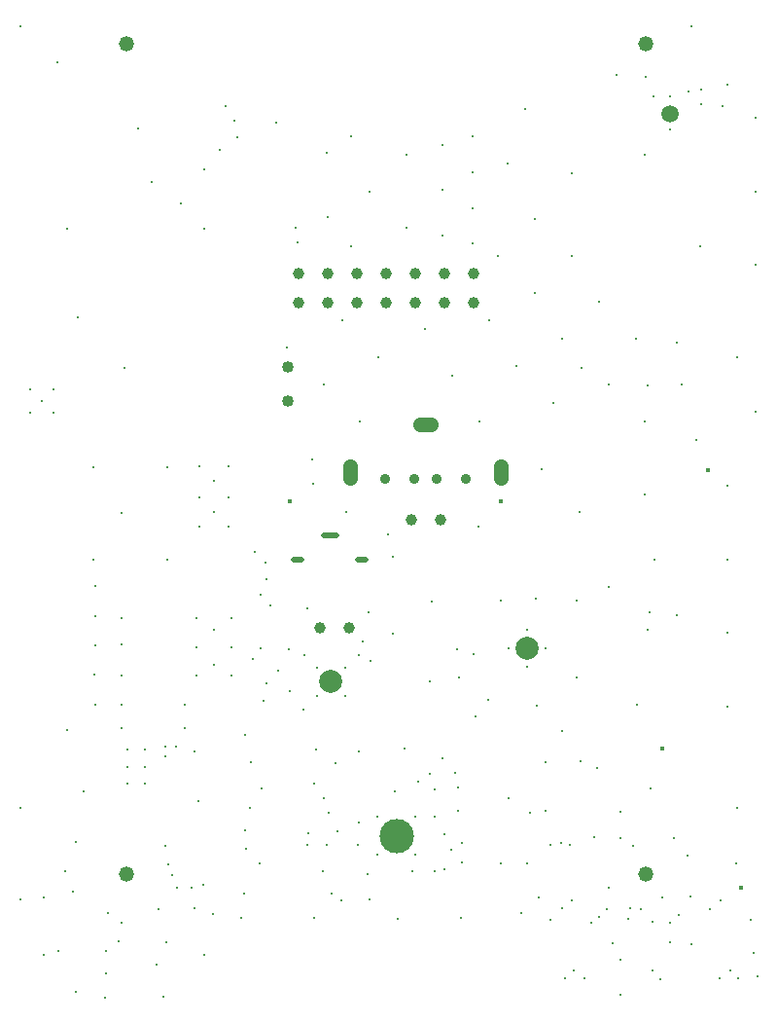
<source format=gbr>
%TF.GenerationSoftware,KiCad,Pcbnew,(5.1.6)-1*%
%TF.CreationDate,2022-08-05T13:09:58+02:00*%
%TF.ProjectId,ZumoComSystem,5a756d6f-436f-46d5-9379-7374656d2e6b,V1.1*%
%TF.SameCoordinates,Original*%
%TF.FileFunction,Plated,1,2,PTH,Mixed*%
%TF.FilePolarity,Positive*%
%FSLAX46Y46*%
G04 Gerber Fmt 4.6, Leading zero omitted, Abs format (unit mm)*
G04 Created by KiCad (PCBNEW (5.1.6)-1) date 2022-08-05 13:09:58*
%MOMM*%
%LPD*%
G01*
G04 APERTURE LIST*
%TA.AperFunction,ViaDrill*%
%ADD10C,0.300000*%
%TD*%
%TA.AperFunction,ViaDrill*%
%ADD11C,0.400000*%
%TD*%
G04 aperture for slot hole*
%TA.AperFunction,ComponentDrill*%
%ADD12C,0.500000*%
%TD*%
%TA.AperFunction,ComponentDrill*%
%ADD13C,0.900000*%
%TD*%
%TA.AperFunction,ComponentDrill*%
%ADD14C,1.000000*%
%TD*%
%TA.AperFunction,ComponentDrill*%
%ADD15C,1.020000*%
%TD*%
G04 aperture for slot hole*
%TA.AperFunction,ComponentDrill*%
%ADD16C,1.300000*%
%TD*%
%TA.AperFunction,ComponentDrill*%
%ADD17C,1.320000*%
%TD*%
%TA.AperFunction,ComponentDrill*%
%ADD18C,1.500000*%
%TD*%
%TA.AperFunction,ComponentDrill*%
%ADD19C,2.000000*%
%TD*%
%TA.AperFunction,ComponentDrill*%
%ADD20C,3.000000*%
%TD*%
G04 APERTURE END LIST*
D10*
X115141667Y-58947500D03*
X115141667Y-126947500D03*
X115141667Y-134947500D03*
X116000000Y-90600000D03*
X116000000Y-92600000D03*
X117000000Y-91600000D03*
X117200000Y-134800000D03*
X117200000Y-139800000D03*
X118000000Y-90600000D03*
X118000000Y-92600000D03*
X118341667Y-62147500D03*
X118430000Y-139410000D03*
X119025010Y-132497250D03*
X119200000Y-76600000D03*
X119200000Y-120200000D03*
X119750000Y-134250000D03*
X119941667Y-142947500D03*
X120000000Y-129900000D03*
X120130000Y-84300000D03*
X120700000Y-125500000D03*
X121541667Y-97347500D03*
X121541667Y-105347500D03*
X121600000Y-115400000D03*
X121700000Y-107700000D03*
X121700000Y-110300000D03*
X121700000Y-112800000D03*
X121700000Y-118000000D03*
X122500000Y-143500000D03*
X122600000Y-141400000D03*
X122617500Y-139392500D03*
X122800000Y-136150000D03*
X123700000Y-138600000D03*
X123941667Y-101347500D03*
X124000000Y-110500000D03*
X124000000Y-112750000D03*
X124000000Y-115500000D03*
X124000000Y-118000000D03*
X124000000Y-120000000D03*
X124000000Y-137000000D03*
X124250000Y-88710000D03*
X124500000Y-121900000D03*
X124500000Y-123400000D03*
X124500000Y-124900000D03*
X125420000Y-67890000D03*
X126000000Y-121900000D03*
X126000000Y-123400000D03*
X126000000Y-124900000D03*
X126600000Y-72500000D03*
X127000000Y-140600000D03*
X127200000Y-135800000D03*
X127600000Y-143400000D03*
X127749995Y-130249997D03*
X127750000Y-122500004D03*
X127780000Y-121650000D03*
X127860000Y-138650000D03*
X127941667Y-97347500D03*
X127941667Y-105347500D03*
X128000000Y-131920000D03*
X128400000Y-132800000D03*
X128699990Y-121654675D03*
X128800000Y-133900002D03*
X129100000Y-74400000D03*
X129500000Y-118000000D03*
X129500000Y-120000000D03*
X130100000Y-133900000D03*
X130300000Y-122100000D03*
X130340000Y-135710000D03*
X130500000Y-110500000D03*
X130500000Y-113000000D03*
X130500000Y-115500000D03*
X130650000Y-126390000D03*
X130750000Y-97250000D03*
X130750000Y-100000000D03*
X130750000Y-102500000D03*
X131100002Y-133700000D03*
X131141667Y-139747500D03*
X131200000Y-71400000D03*
X131200000Y-76600000D03*
X131925000Y-136175000D03*
X132000000Y-98500000D03*
X132000000Y-101250000D03*
X132000000Y-111500000D03*
X132000000Y-114500000D03*
X132500000Y-69700000D03*
X133000000Y-65900000D03*
X133250000Y-97250000D03*
X133250000Y-100000000D03*
X133250000Y-102500000D03*
X133500000Y-110500000D03*
X133500000Y-113000000D03*
X133500000Y-115500000D03*
X133800000Y-67200000D03*
X134000000Y-68600000D03*
X134341667Y-136547500D03*
X134600000Y-134400000D03*
X134700000Y-120600000D03*
X134700000Y-128900000D03*
X134800000Y-130500000D03*
X135141667Y-126947500D03*
X135250000Y-123000000D03*
X135420000Y-114030000D03*
X135600000Y-104700000D03*
X136020000Y-131830000D03*
X136050000Y-113049994D03*
X136100000Y-108400000D03*
X136150000Y-125320000D03*
X136325010Y-117700000D03*
X136500000Y-105600000D03*
X136600000Y-107100000D03*
X136600000Y-116100000D03*
X136900000Y-109400000D03*
X137450002Y-67349998D03*
X137603074Y-115006918D03*
X138341667Y-86947500D03*
X138540000Y-113180000D03*
X138574990Y-116800000D03*
X139141667Y-76547500D03*
X139300000Y-77800000D03*
X139754840Y-118400000D03*
X139900000Y-113700000D03*
X140100000Y-109600000D03*
X140174990Y-130225010D03*
X140200000Y-129200000D03*
X140541667Y-96647500D03*
X140600000Y-98800000D03*
X140730000Y-124840000D03*
X140741667Y-136547500D03*
X140900000Y-121900000D03*
X141000000Y-114800000D03*
X141000000Y-117200000D03*
X141490000Y-132490000D03*
X141541667Y-90147500D03*
X141600000Y-126100000D03*
X141800000Y-70000000D03*
X141800000Y-130200000D03*
X141900000Y-75600000D03*
X142000000Y-127400000D03*
X142220000Y-134400000D03*
X142600000Y-123100000D03*
X142780000Y-129000000D03*
X143060001Y-135040000D03*
X143141667Y-84547500D03*
X143400000Y-114800000D03*
X143400000Y-117200000D03*
X143500000Y-101250000D03*
X143941667Y-68547500D03*
X143941667Y-78147500D03*
X144560000Y-130170000D03*
X144600000Y-113700000D03*
X144600000Y-122100000D03*
X144620000Y-128250000D03*
X144741667Y-93347500D03*
X145000000Y-112500000D03*
X145400000Y-132700000D03*
X145500000Y-110000000D03*
X145541667Y-73347500D03*
X145541667Y-134947500D03*
X145600000Y-114200000D03*
X146250000Y-127750000D03*
X146250000Y-131000000D03*
X146341667Y-87747500D03*
X147150000Y-103150000D03*
X147600000Y-105100000D03*
X147600000Y-111800000D03*
X147750000Y-125500000D03*
X148000000Y-136600000D03*
X148620000Y-121800000D03*
X148741667Y-70147500D03*
X148741667Y-76547500D03*
X149310000Y-132520000D03*
X149500000Y-127750000D03*
X149500000Y-131000000D03*
X149749989Y-124699970D03*
X150341667Y-85347500D03*
X150776276Y-124000000D03*
X150800000Y-115950000D03*
X151000000Y-109050000D03*
X151229078Y-125324980D03*
X151229078Y-127770922D03*
X151229078Y-132520922D03*
X151900000Y-69300000D03*
X151900000Y-73250000D03*
X151900000Y-77200000D03*
X151900000Y-122700000D03*
X152060000Y-132310000D03*
X152100000Y-129300000D03*
X152700000Y-130600002D03*
X152741667Y-89347500D03*
X153000000Y-123900000D03*
X153200001Y-113199999D03*
X153240000Y-125240000D03*
X153250000Y-127250000D03*
X153300000Y-115600000D03*
X153541667Y-136547500D03*
X153580000Y-131750000D03*
X153630000Y-129990000D03*
X154500000Y-68547500D03*
X154500000Y-71665000D03*
X154500000Y-74782500D03*
X154500000Y-77900000D03*
X154600000Y-113600000D03*
X154800000Y-119000000D03*
X155000000Y-102500000D03*
X155141667Y-93347500D03*
X155900000Y-117600000D03*
X155941667Y-84547500D03*
X156741667Y-78947500D03*
X156980000Y-108980000D03*
X157000000Y-131800000D03*
X157541667Y-70947500D03*
X157700000Y-113100000D03*
X157700000Y-126100000D03*
X158341667Y-88547500D03*
X158800000Y-136100000D03*
X159141667Y-66147500D03*
X159300000Y-111500000D03*
X159300000Y-114700000D03*
X159300000Y-131800000D03*
X159560000Y-127380000D03*
X159941667Y-75747500D03*
X159941667Y-82147500D03*
X160000000Y-108800000D03*
X160110000Y-118100000D03*
X160300000Y-134800000D03*
X160500000Y-97500000D03*
X160900000Y-113100000D03*
X160900000Y-123000000D03*
X160900000Y-127200000D03*
X161300002Y-136700000D03*
X161300005Y-130200000D03*
X161541667Y-91747500D03*
X162200000Y-130000000D03*
X162299996Y-135700000D03*
X162341667Y-86147500D03*
X162341667Y-120247500D03*
X162600000Y-141800000D03*
X163000000Y-130200000D03*
X163141667Y-71747500D03*
X163141667Y-78947500D03*
X163200000Y-135000000D03*
X163300000Y-141100000D03*
X163600000Y-108900000D03*
X163600000Y-115600000D03*
X163800000Y-101200000D03*
X163941667Y-122947500D03*
X164000000Y-88700000D03*
X164300000Y-141800000D03*
X164834350Y-136943766D03*
X165100000Y-129500000D03*
X165380000Y-123480000D03*
X165500006Y-136499994D03*
X165541667Y-82947500D03*
X166250000Y-135750000D03*
X166341667Y-90147500D03*
X166341667Y-107747500D03*
X166400000Y-133900000D03*
X166749999Y-138750001D03*
X167100000Y-63200000D03*
X167400000Y-127300000D03*
X167400000Y-129600000D03*
X167400000Y-140200000D03*
X167400000Y-143200000D03*
X168100000Y-136600002D03*
X168280000Y-135730000D03*
X168500000Y-130300000D03*
X168741667Y-86147500D03*
X168800000Y-118000000D03*
X169200000Y-135800000D03*
X169541667Y-70147500D03*
X169541667Y-93347500D03*
X169541667Y-99747500D03*
X169600000Y-63400000D03*
X169750000Y-111500000D03*
X169800000Y-90200000D03*
X169900000Y-110000000D03*
X170040000Y-125310000D03*
X170180000Y-136870000D03*
X170199990Y-141100000D03*
X170300000Y-65100000D03*
X170341667Y-105347500D03*
X170900000Y-141900000D03*
X171000000Y-134800000D03*
X171700000Y-65100000D03*
X171700000Y-68000000D03*
X171700000Y-137000000D03*
X171700000Y-138700000D03*
X172054997Y-129579999D03*
X172300000Y-86500000D03*
X172300000Y-110200000D03*
X172500000Y-136250000D03*
X172741667Y-90147500D03*
X173200000Y-131100000D03*
X173300000Y-64700000D03*
X173500000Y-134700000D03*
X173541667Y-58947500D03*
X173600000Y-138800000D03*
X174000000Y-95000000D03*
X174341667Y-78147500D03*
X174400000Y-65800006D03*
X174410087Y-64449989D03*
X175200000Y-135800000D03*
X176000000Y-141800000D03*
X176150000Y-135000000D03*
X176300000Y-65900000D03*
X176741667Y-64100000D03*
X176741667Y-98947500D03*
X176741667Y-105347500D03*
X176741667Y-111747500D03*
X176741667Y-118147500D03*
X176974999Y-141125001D03*
X177470000Y-131840000D03*
X177541667Y-87747500D03*
X177541667Y-126947500D03*
X177600000Y-141800000D03*
X178739990Y-136750000D03*
X179000000Y-139599992D03*
X179141667Y-66947500D03*
X179141667Y-73347500D03*
X179141667Y-79747500D03*
X179141667Y-92547500D03*
X179300000Y-141600000D03*
D11*
X138600000Y-100300000D03*
X157000000Y-100300000D03*
X171040000Y-121830000D03*
X175000000Y-97600000D03*
X177900000Y-133899998D03*
D12*
%TO.C,J3*%
X138950000Y-105425000D02*
X139650000Y-105425000D01*
X141550000Y-103275000D02*
X142650000Y-103275000D01*
X144550000Y-105425000D02*
X145250000Y-105425000D01*
D13*
%TO.C,J1*%
X146925000Y-98400000D03*
X149425000Y-98400000D03*
X151425000Y-98400000D03*
X153925000Y-98400000D03*
D14*
%TO.C,TP2*%
X141200000Y-111300000D03*
X143740000Y-111300000D03*
%TO.C,J5*%
X139335000Y-80485000D03*
X139335000Y-83025000D03*
X141875000Y-80485000D03*
X141875000Y-83025000D03*
X144415000Y-80485000D03*
X144415000Y-83025000D03*
X146955000Y-80485000D03*
X146955000Y-83025000D03*
X149495000Y-80485000D03*
X149495000Y-83025000D03*
X152035000Y-80485000D03*
X152035000Y-83025000D03*
X154575000Y-80485000D03*
X154575000Y-83025000D03*
%TO.C,TP1*%
X149160000Y-101900000D03*
X151700000Y-101900000D03*
D15*
%TO.C,J2*%
X138460000Y-88610000D03*
X138460000Y-91610000D03*
D16*
%TO.C,J1*%
X143855000Y-97300000D02*
X143855000Y-98300000D01*
X150925000Y-93620000D02*
X149925000Y-93620000D01*
X156995000Y-98300000D02*
X156995000Y-97300000D01*
D17*
%TO.C,BT1*%
X124400000Y-60490000D03*
X124400000Y-132710000D03*
%TO.C,BT2*%
X169600000Y-60490000D03*
X169600000Y-132710000D03*
D18*
%TO.C,U2*%
X171700000Y-66600000D03*
D19*
%TO.C,U3*%
X159300000Y-113100000D03*
%TO.C,U5*%
X142200000Y-116000000D03*
D20*
%TO.C,U6*%
X147925000Y-129405000D03*
M02*

</source>
